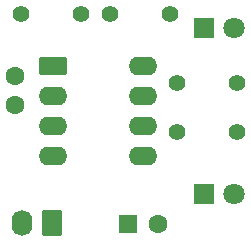
<source format=gbr>
%TF.GenerationSoftware,KiCad,Pcbnew,9.0.2*%
%TF.CreationDate,2025-10-01T10:40:14+03:00*%
%TF.ProjectId,555_flip_flop,3535355f-666c-4697-905f-666c6f702e6b,rev?*%
%TF.SameCoordinates,Original*%
%TF.FileFunction,Soldermask,Bot*%
%TF.FilePolarity,Negative*%
%FSLAX46Y46*%
G04 Gerber Fmt 4.6, Leading zero omitted, Abs format (unit mm)*
G04 Created by KiCad (PCBNEW 9.0.2) date 2025-10-01 10:40:14*
%MOMM*%
%LPD*%
G01*
G04 APERTURE LIST*
G04 Aperture macros list*
%AMRoundRect*
0 Rectangle with rounded corners*
0 $1 Rounding radius*
0 $2 $3 $4 $5 $6 $7 $8 $9 X,Y pos of 4 corners*
0 Add a 4 corners polygon primitive as box body*
4,1,4,$2,$3,$4,$5,$6,$7,$8,$9,$2,$3,0*
0 Add four circle primitives for the rounded corners*
1,1,$1+$1,$2,$3*
1,1,$1+$1,$4,$5*
1,1,$1+$1,$6,$7*
1,1,$1+$1,$8,$9*
0 Add four rect primitives between the rounded corners*
20,1,$1+$1,$2,$3,$4,$5,0*
20,1,$1+$1,$4,$5,$6,$7,0*
20,1,$1+$1,$6,$7,$8,$9,0*
20,1,$1+$1,$8,$9,$2,$3,0*%
G04 Aperture macros list end*
%ADD10C,1.400000*%
%ADD11R,1.800000X1.800000*%
%ADD12C,1.800000*%
%ADD13RoundRect,0.250000X-0.950000X-0.550000X0.950000X-0.550000X0.950000X0.550000X-0.950000X0.550000X0*%
%ADD14O,2.400000X1.600000*%
%ADD15RoundRect,0.250000X0.620000X0.845000X-0.620000X0.845000X-0.620000X-0.845000X0.620000X-0.845000X0*%
%ADD16O,1.740000X2.190000*%
%ADD17C,1.600000*%
%ADD18RoundRect,0.250000X-0.550000X-0.550000X0.550000X-0.550000X0.550000X0.550000X-0.550000X0.550000X0*%
G04 APERTURE END LIST*
D10*
%TO.C,R2*%
X60120000Y-35250000D03*
X65200000Y-35250000D03*
%TD*%
%TO.C,R1*%
X60120000Y-31100000D03*
X65200000Y-31100000D03*
%TD*%
D11*
%TO.C,D2*%
X62460000Y-40500000D03*
D12*
X65000000Y-40500000D03*
%TD*%
D13*
%TO.C,U1*%
X49690000Y-29690000D03*
D14*
X49690000Y-32230000D03*
X49690000Y-34770000D03*
X49690000Y-37310000D03*
X57310000Y-37310000D03*
X57310000Y-34770000D03*
X57310000Y-32230000D03*
X57310000Y-29690000D03*
%TD*%
D10*
%TO.C,R4*%
X52040000Y-25250000D03*
X46960000Y-25250000D03*
%TD*%
%TO.C,R3*%
X59540000Y-25250000D03*
X54460000Y-25250000D03*
%TD*%
D15*
%TO.C,J1*%
X49540000Y-42980000D03*
D16*
X47000000Y-42980000D03*
%TD*%
D11*
%TO.C,D1*%
X62460000Y-26410000D03*
D12*
X65000000Y-26410000D03*
%TD*%
D17*
%TO.C,C2*%
X46470000Y-33000000D03*
X46470000Y-30500000D03*
%TD*%
D18*
%TO.C,C1*%
X56000000Y-43000000D03*
D17*
X58500000Y-43000000D03*
%TD*%
M02*

</source>
